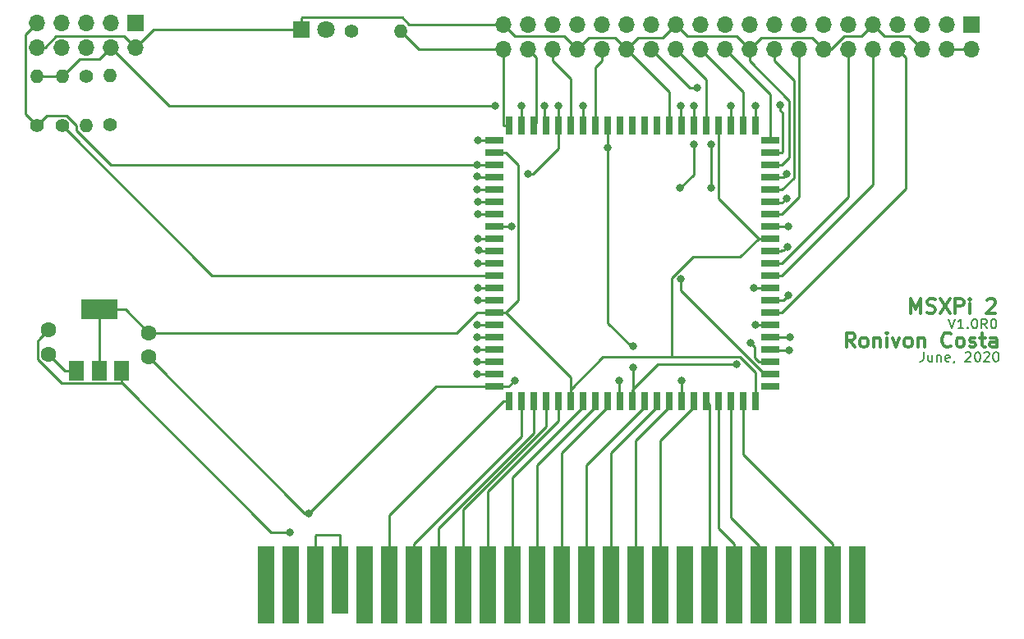
<source format=gtl>
G04 #@! TF.GenerationSoftware,KiCad,Pcbnew,(5.1.5)-3*
G04 #@! TF.CreationDate,2020-06-08T21:14:36+01:00*
G04 #@! TF.ProjectId,MSXPI2,4d535850-4932-42e6-9b69-6361645f7063,rev?*
G04 #@! TF.SameCoordinates,Original*
G04 #@! TF.FileFunction,Copper,L1,Top*
G04 #@! TF.FilePolarity,Positive*
%FSLAX46Y46*%
G04 Gerber Fmt 4.6, Leading zero omitted, Abs format (unit mm)*
G04 Created by KiCad (PCBNEW (5.1.5)-3) date 2020-06-08 21:14:36*
%MOMM*%
%LPD*%
G04 APERTURE LIST*
%ADD10C,0.200000*%
%ADD11C,0.375000*%
%ADD12C,0.300000*%
%ADD13R,1.800000X8.000000*%
%ADD14R,1.800000X7.000000*%
%ADD15O,1.400000X1.400000*%
%ADD16C,1.400000*%
%ADD17C,1.800000*%
%ADD18R,1.800000X1.800000*%
%ADD19R,1.925000X0.700000*%
%ADD20R,0.700000X1.925000*%
%ADD21C,1.600000*%
%ADD22R,1.500000X2.000000*%
%ADD23R,3.800000X2.000000*%
%ADD24R,1.700000X1.700000*%
%ADD25O,1.700000X1.700000*%
%ADD26C,0.800000*%
%ADD27C,0.250000*%
G04 APERTURE END LIST*
D10*
X175724014Y-65441580D02*
X175724014Y-66155866D01*
X175676395Y-66298723D01*
X175581157Y-66393961D01*
X175438300Y-66441580D01*
X175343061Y-66441580D01*
X176628776Y-65774914D02*
X176628776Y-66441580D01*
X176200204Y-65774914D02*
X176200204Y-66298723D01*
X176247823Y-66393961D01*
X176343061Y-66441580D01*
X176485919Y-66441580D01*
X176581157Y-66393961D01*
X176628776Y-66346342D01*
X177104966Y-65774914D02*
X177104966Y-66441580D01*
X177104966Y-65870152D02*
X177152585Y-65822533D01*
X177247823Y-65774914D01*
X177390680Y-65774914D01*
X177485919Y-65822533D01*
X177533538Y-65917771D01*
X177533538Y-66441580D01*
X178390680Y-66393961D02*
X178295442Y-66441580D01*
X178104966Y-66441580D01*
X178009728Y-66393961D01*
X177962109Y-66298723D01*
X177962109Y-65917771D01*
X178009728Y-65822533D01*
X178104966Y-65774914D01*
X178295442Y-65774914D01*
X178390680Y-65822533D01*
X178438300Y-65917771D01*
X178438300Y-66013009D01*
X177962109Y-66108247D01*
X178914490Y-66393961D02*
X178914490Y-66441580D01*
X178866871Y-66536819D01*
X178819252Y-66584438D01*
X180057347Y-65536819D02*
X180104966Y-65489200D01*
X180200204Y-65441580D01*
X180438300Y-65441580D01*
X180533538Y-65489200D01*
X180581157Y-65536819D01*
X180628776Y-65632057D01*
X180628776Y-65727295D01*
X180581157Y-65870152D01*
X180009728Y-66441580D01*
X180628776Y-66441580D01*
X181247823Y-65441580D02*
X181343061Y-65441580D01*
X181438300Y-65489200D01*
X181485919Y-65536819D01*
X181533538Y-65632057D01*
X181581157Y-65822533D01*
X181581157Y-66060628D01*
X181533538Y-66251104D01*
X181485919Y-66346342D01*
X181438300Y-66393961D01*
X181343061Y-66441580D01*
X181247823Y-66441580D01*
X181152585Y-66393961D01*
X181104966Y-66346342D01*
X181057347Y-66251104D01*
X181009728Y-66060628D01*
X181009728Y-65822533D01*
X181057347Y-65632057D01*
X181104966Y-65536819D01*
X181152585Y-65489200D01*
X181247823Y-65441580D01*
X181962109Y-65536819D02*
X182009728Y-65489200D01*
X182104966Y-65441580D01*
X182343061Y-65441580D01*
X182438300Y-65489200D01*
X182485919Y-65536819D01*
X182533538Y-65632057D01*
X182533538Y-65727295D01*
X182485919Y-65870152D01*
X181914490Y-66441580D01*
X182533538Y-66441580D01*
X183152585Y-65441580D02*
X183247823Y-65441580D01*
X183343061Y-65489200D01*
X183390680Y-65536819D01*
X183438300Y-65632057D01*
X183485919Y-65822533D01*
X183485919Y-66060628D01*
X183438300Y-66251104D01*
X183390680Y-66346342D01*
X183343061Y-66393961D01*
X183247823Y-66441580D01*
X183152585Y-66441580D01*
X183057347Y-66393961D01*
X183009728Y-66346342D01*
X182962109Y-66251104D01*
X182914490Y-66060628D01*
X182914490Y-65822533D01*
X182962109Y-65632057D01*
X183009728Y-65536819D01*
X183057347Y-65489200D01*
X183152585Y-65441580D01*
X178335300Y-62025280D02*
X178668633Y-63025280D01*
X179001966Y-62025280D01*
X179859109Y-63025280D02*
X179287680Y-63025280D01*
X179573395Y-63025280D02*
X179573395Y-62025280D01*
X179478157Y-62168138D01*
X179382919Y-62263376D01*
X179287680Y-62310995D01*
X180287680Y-62930042D02*
X180335300Y-62977661D01*
X180287680Y-63025280D01*
X180240061Y-62977661D01*
X180287680Y-62930042D01*
X180287680Y-63025280D01*
X180954347Y-62025280D02*
X181049585Y-62025280D01*
X181144823Y-62072900D01*
X181192442Y-62120519D01*
X181240061Y-62215757D01*
X181287680Y-62406233D01*
X181287680Y-62644328D01*
X181240061Y-62834804D01*
X181192442Y-62930042D01*
X181144823Y-62977661D01*
X181049585Y-63025280D01*
X180954347Y-63025280D01*
X180859109Y-62977661D01*
X180811490Y-62930042D01*
X180763871Y-62834804D01*
X180716252Y-62644328D01*
X180716252Y-62406233D01*
X180763871Y-62215757D01*
X180811490Y-62120519D01*
X180859109Y-62072900D01*
X180954347Y-62025280D01*
X182287680Y-63025280D02*
X181954347Y-62549090D01*
X181716252Y-63025280D02*
X181716252Y-62025280D01*
X182097204Y-62025280D01*
X182192442Y-62072900D01*
X182240061Y-62120519D01*
X182287680Y-62215757D01*
X182287680Y-62358614D01*
X182240061Y-62453852D01*
X182192442Y-62501471D01*
X182097204Y-62549090D01*
X181716252Y-62549090D01*
X182906728Y-62025280D02*
X183001966Y-62025280D01*
X183097204Y-62072900D01*
X183144823Y-62120519D01*
X183192442Y-62215757D01*
X183240061Y-62406233D01*
X183240061Y-62644328D01*
X183192442Y-62834804D01*
X183144823Y-62930042D01*
X183097204Y-62977661D01*
X183001966Y-63025280D01*
X182906728Y-63025280D01*
X182811490Y-62977661D01*
X182763871Y-62930042D01*
X182716252Y-62834804D01*
X182668633Y-62644328D01*
X182668633Y-62406233D01*
X182716252Y-62215757D01*
X182763871Y-62120519D01*
X182811490Y-62072900D01*
X182906728Y-62025280D01*
D11*
X174443771Y-61448071D02*
X174443771Y-59948071D01*
X174943771Y-61019500D01*
X175443771Y-59948071D01*
X175443771Y-61448071D01*
X176086628Y-61376642D02*
X176300914Y-61448071D01*
X176658057Y-61448071D01*
X176800914Y-61376642D01*
X176872342Y-61305214D01*
X176943771Y-61162357D01*
X176943771Y-61019500D01*
X176872342Y-60876642D01*
X176800914Y-60805214D01*
X176658057Y-60733785D01*
X176372342Y-60662357D01*
X176229485Y-60590928D01*
X176158057Y-60519500D01*
X176086628Y-60376642D01*
X176086628Y-60233785D01*
X176158057Y-60090928D01*
X176229485Y-60019500D01*
X176372342Y-59948071D01*
X176729485Y-59948071D01*
X176943771Y-60019500D01*
X177443771Y-59948071D02*
X178443771Y-61448071D01*
X178443771Y-59948071D02*
X177443771Y-61448071D01*
X179015200Y-61448071D02*
X179015200Y-59948071D01*
X179586628Y-59948071D01*
X179729485Y-60019500D01*
X179800914Y-60090928D01*
X179872342Y-60233785D01*
X179872342Y-60448071D01*
X179800914Y-60590928D01*
X179729485Y-60662357D01*
X179586628Y-60733785D01*
X179015200Y-60733785D01*
X180515200Y-61448071D02*
X180515200Y-60448071D01*
X180515200Y-59948071D02*
X180443771Y-60019500D01*
X180515200Y-60090928D01*
X180586628Y-60019500D01*
X180515200Y-59948071D01*
X180515200Y-60090928D01*
X182300914Y-60090928D02*
X182372342Y-60019500D01*
X182515200Y-59948071D01*
X182872342Y-59948071D01*
X183015200Y-60019500D01*
X183086628Y-60090928D01*
X183158057Y-60233785D01*
X183158057Y-60376642D01*
X183086628Y-60590928D01*
X182229485Y-61448071D01*
X183158057Y-61448071D01*
D12*
X168621142Y-64965971D02*
X168121142Y-64251685D01*
X167764000Y-64965971D02*
X167764000Y-63465971D01*
X168335428Y-63465971D01*
X168478285Y-63537400D01*
X168549714Y-63608828D01*
X168621142Y-63751685D01*
X168621142Y-63965971D01*
X168549714Y-64108828D01*
X168478285Y-64180257D01*
X168335428Y-64251685D01*
X167764000Y-64251685D01*
X169478285Y-64965971D02*
X169335428Y-64894542D01*
X169264000Y-64823114D01*
X169192571Y-64680257D01*
X169192571Y-64251685D01*
X169264000Y-64108828D01*
X169335428Y-64037400D01*
X169478285Y-63965971D01*
X169692571Y-63965971D01*
X169835428Y-64037400D01*
X169906857Y-64108828D01*
X169978285Y-64251685D01*
X169978285Y-64680257D01*
X169906857Y-64823114D01*
X169835428Y-64894542D01*
X169692571Y-64965971D01*
X169478285Y-64965971D01*
X170621142Y-63965971D02*
X170621142Y-64965971D01*
X170621142Y-64108828D02*
X170692571Y-64037400D01*
X170835428Y-63965971D01*
X171049714Y-63965971D01*
X171192571Y-64037400D01*
X171264000Y-64180257D01*
X171264000Y-64965971D01*
X171978285Y-64965971D02*
X171978285Y-63965971D01*
X171978285Y-63465971D02*
X171906857Y-63537400D01*
X171978285Y-63608828D01*
X172049714Y-63537400D01*
X171978285Y-63465971D01*
X171978285Y-63608828D01*
X172549714Y-63965971D02*
X172906857Y-64965971D01*
X173264000Y-63965971D01*
X174049714Y-64965971D02*
X173906857Y-64894542D01*
X173835428Y-64823114D01*
X173764000Y-64680257D01*
X173764000Y-64251685D01*
X173835428Y-64108828D01*
X173906857Y-64037400D01*
X174049714Y-63965971D01*
X174264000Y-63965971D01*
X174406857Y-64037400D01*
X174478285Y-64108828D01*
X174549714Y-64251685D01*
X174549714Y-64680257D01*
X174478285Y-64823114D01*
X174406857Y-64894542D01*
X174264000Y-64965971D01*
X174049714Y-64965971D01*
X175192571Y-63965971D02*
X175192571Y-64965971D01*
X175192571Y-64108828D02*
X175264000Y-64037400D01*
X175406857Y-63965971D01*
X175621142Y-63965971D01*
X175764000Y-64037400D01*
X175835428Y-64180257D01*
X175835428Y-64965971D01*
X178549714Y-64823114D02*
X178478285Y-64894542D01*
X178264000Y-64965971D01*
X178121142Y-64965971D01*
X177906857Y-64894542D01*
X177764000Y-64751685D01*
X177692571Y-64608828D01*
X177621142Y-64323114D01*
X177621142Y-64108828D01*
X177692571Y-63823114D01*
X177764000Y-63680257D01*
X177906857Y-63537400D01*
X178121142Y-63465971D01*
X178264000Y-63465971D01*
X178478285Y-63537400D01*
X178549714Y-63608828D01*
X179406857Y-64965971D02*
X179264000Y-64894542D01*
X179192571Y-64823114D01*
X179121142Y-64680257D01*
X179121142Y-64251685D01*
X179192571Y-64108828D01*
X179264000Y-64037400D01*
X179406857Y-63965971D01*
X179621142Y-63965971D01*
X179764000Y-64037400D01*
X179835428Y-64108828D01*
X179906857Y-64251685D01*
X179906857Y-64680257D01*
X179835428Y-64823114D01*
X179764000Y-64894542D01*
X179621142Y-64965971D01*
X179406857Y-64965971D01*
X180478285Y-64894542D02*
X180621142Y-64965971D01*
X180906857Y-64965971D01*
X181049714Y-64894542D01*
X181121142Y-64751685D01*
X181121142Y-64680257D01*
X181049714Y-64537400D01*
X180906857Y-64465971D01*
X180692571Y-64465971D01*
X180549714Y-64394542D01*
X180478285Y-64251685D01*
X180478285Y-64180257D01*
X180549714Y-64037400D01*
X180692571Y-63965971D01*
X180906857Y-63965971D01*
X181049714Y-64037400D01*
X181549714Y-63965971D02*
X182121142Y-63965971D01*
X181764000Y-63465971D02*
X181764000Y-64751685D01*
X181835428Y-64894542D01*
X181978285Y-64965971D01*
X182121142Y-64965971D01*
X183264000Y-64965971D02*
X183264000Y-64180257D01*
X183192571Y-64037400D01*
X183049714Y-63965971D01*
X182764000Y-63965971D01*
X182621142Y-64037400D01*
X183264000Y-64894542D02*
X183121142Y-64965971D01*
X182764000Y-64965971D01*
X182621142Y-64894542D01*
X182549714Y-64751685D01*
X182549714Y-64608828D01*
X182621142Y-64465971D01*
X182764000Y-64394542D01*
X183121142Y-64394542D01*
X183264000Y-64323114D01*
D13*
X107939840Y-89507440D03*
X110479840Y-89507440D03*
X113019840Y-89507440D03*
D14*
X115554760Y-89014680D03*
D13*
X118099840Y-89507440D03*
X120639840Y-89507440D03*
X123179840Y-89507440D03*
X125719840Y-89507440D03*
X128259840Y-89507440D03*
X130799840Y-89507440D03*
X133339840Y-89507440D03*
X135879840Y-89507440D03*
X138419840Y-89507440D03*
X140959840Y-89507440D03*
X143499840Y-89507440D03*
X146039840Y-89507440D03*
X148579840Y-89507440D03*
X151119840Y-89507440D03*
X153659840Y-89507440D03*
X156199840Y-89507440D03*
X158739840Y-89507440D03*
X161279840Y-89507440D03*
X163819840Y-89507440D03*
X166359840Y-89507440D03*
X168899840Y-89507440D03*
D15*
X121869200Y-32346900D03*
D16*
X116789200Y-32346900D03*
D17*
X114160300Y-32143700D03*
D18*
X111620300Y-32143700D03*
D19*
X159919600Y-43599100D03*
X159919600Y-44869100D03*
X159919600Y-46139100D03*
X159919600Y-47409100D03*
X159919600Y-48679100D03*
X159919600Y-49949100D03*
X159919600Y-51219100D03*
X159919600Y-52489100D03*
X159919600Y-53759100D03*
X159919600Y-55029100D03*
X159919600Y-56299100D03*
X159919600Y-57569100D03*
X159919600Y-58839100D03*
X159919600Y-60109100D03*
X159919600Y-61379100D03*
X159919600Y-62649100D03*
X159919600Y-63919100D03*
X159919600Y-65189100D03*
X159919600Y-66459100D03*
X159919600Y-67729100D03*
X159919600Y-68999100D03*
D20*
X158407100Y-70511600D03*
X157137100Y-70511600D03*
X155867100Y-70511600D03*
X154597100Y-70511600D03*
X153327100Y-70511600D03*
X152057100Y-70511600D03*
X150787100Y-70511600D03*
X149517100Y-70511600D03*
X148247100Y-70511600D03*
X146977100Y-70511600D03*
X145707100Y-70511600D03*
X144437100Y-70511600D03*
X143167100Y-70511600D03*
X141897100Y-70511600D03*
X140627100Y-70511600D03*
X139357100Y-70511600D03*
X138087100Y-70511600D03*
X136817100Y-70511600D03*
X135547100Y-70511600D03*
X134277100Y-70511600D03*
X133007100Y-70511600D03*
D19*
X131494600Y-68999100D03*
X131494600Y-67729100D03*
X131494600Y-66459100D03*
X131494600Y-65189100D03*
X131494600Y-63919100D03*
X131494600Y-62649100D03*
X131494600Y-61379100D03*
X131494600Y-60109100D03*
X131494600Y-58839100D03*
X131494600Y-57569100D03*
X131494600Y-56299100D03*
X131494600Y-55029100D03*
X131494600Y-53759100D03*
X131494600Y-52489100D03*
X131494600Y-51219100D03*
X131494600Y-49949100D03*
X131494600Y-48679100D03*
X131494600Y-47409100D03*
X131494600Y-46139100D03*
X131494600Y-44869100D03*
X131494600Y-43599100D03*
D20*
X158407100Y-42086600D03*
X157137100Y-42086600D03*
X155867100Y-42086600D03*
X154597100Y-42086600D03*
X153327100Y-42086600D03*
X152057100Y-42086600D03*
X150787100Y-42086600D03*
X149517100Y-42086600D03*
X148247100Y-42086600D03*
X146977100Y-42086600D03*
X133007100Y-42086600D03*
X134277100Y-42086600D03*
X135547100Y-42086600D03*
X136817100Y-42086600D03*
X138087100Y-42086600D03*
X139357100Y-42086600D03*
X140627100Y-42086600D03*
X141897100Y-42086600D03*
X143167100Y-42086600D03*
X144437100Y-42086600D03*
X145707100Y-42086600D03*
D21*
X95859600Y-63489200D03*
X95859600Y-65989200D03*
X85496400Y-65695200D03*
X85496400Y-63195200D03*
D15*
X84328000Y-36982400D03*
D16*
X84328000Y-42062400D03*
D15*
X86918800Y-37033200D03*
D16*
X86918800Y-42113200D03*
D15*
X89408000Y-42062400D03*
D16*
X89408000Y-36982400D03*
D15*
X91846400Y-36880800D03*
D16*
X91846400Y-41960800D03*
D22*
X88428800Y-67361200D03*
X93028800Y-67361200D03*
X90728800Y-67361200D03*
D23*
X90728800Y-61061200D03*
D24*
X180644800Y-31648400D03*
D25*
X180644800Y-34188400D03*
X178104800Y-31648400D03*
X178104800Y-34188400D03*
X175564800Y-31648400D03*
X175564800Y-34188400D03*
X173024800Y-31648400D03*
X173024800Y-34188400D03*
X170484800Y-31648400D03*
X170484800Y-34188400D03*
X167944800Y-31648400D03*
X167944800Y-34188400D03*
X165404800Y-31648400D03*
X165404800Y-34188400D03*
X162864800Y-31648400D03*
X162864800Y-34188400D03*
X160324800Y-31648400D03*
X160324800Y-34188400D03*
X157784800Y-31648400D03*
X157784800Y-34188400D03*
X155244800Y-31648400D03*
X155244800Y-34188400D03*
X152704800Y-31648400D03*
X152704800Y-34188400D03*
X150164800Y-31648400D03*
X150164800Y-34188400D03*
X147624800Y-31648400D03*
X147624800Y-34188400D03*
X145084800Y-31648400D03*
X145084800Y-34188400D03*
X142544800Y-31648400D03*
X142544800Y-34188400D03*
X140004800Y-31648400D03*
X140004800Y-34188400D03*
X137464800Y-31648400D03*
X137464800Y-34188400D03*
X134924800Y-31648400D03*
X134924800Y-34188400D03*
X132384800Y-31648400D03*
X132384800Y-34188400D03*
D24*
X94488000Y-31496000D03*
D25*
X94488000Y-34036000D03*
X91948000Y-31496000D03*
X91948000Y-34036000D03*
X89408000Y-31496000D03*
X89408000Y-34036000D03*
X86868000Y-31496000D03*
X86868000Y-34036000D03*
X84328000Y-31496000D03*
X84328000Y-34036000D03*
D26*
X158254700Y-58851800D03*
X161624610Y-47071497D03*
X110439200Y-84035900D03*
X156476700Y-66687700D03*
X145757900Y-64884300D03*
X145821400Y-67017900D03*
X131597400Y-40030400D03*
X143167100Y-44348400D03*
X129692400Y-46164500D03*
X112388750Y-82086350D03*
X133565900Y-68389500D03*
X144322800Y-68389500D03*
X150774400Y-68389500D03*
X158381700Y-62623700D03*
X133221900Y-52527200D03*
X134924800Y-47078900D03*
X138049000Y-40081200D03*
X161886900Y-65265300D03*
X161937700Y-63893700D03*
X161798000Y-59601100D03*
X161696400Y-54571900D03*
X161823400Y-52451000D03*
X161607500Y-49580800D03*
X160921700Y-39928800D03*
X158394400Y-40043100D03*
X155879800Y-40068500D03*
X152019000Y-40043100D03*
X150685500Y-40081200D03*
X140614400Y-40017700D03*
X136677400Y-40068500D03*
X134239000Y-40043100D03*
X129768600Y-43624500D03*
X129705100Y-47294800D03*
X129743200Y-48653700D03*
X129755900Y-49974500D03*
X129755900Y-51257200D03*
X129819400Y-53759100D03*
X129844800Y-54965600D03*
X129819400Y-56286400D03*
X129781300Y-58813700D03*
X129781300Y-60083700D03*
X129730500Y-62649100D03*
X129679700Y-63881000D03*
X129705100Y-65201800D03*
X129679700Y-66433700D03*
X129679700Y-67716400D03*
X150710900Y-57950100D03*
X150647400Y-48526700D03*
X152019000Y-44056300D03*
X152387300Y-38214300D03*
X153835100Y-43992800D03*
X153797000Y-48514000D03*
X157886400Y-64554100D03*
D27*
X159932300Y-58826400D02*
X159919600Y-58839100D01*
X159906900Y-58851800D02*
X159919600Y-58839100D01*
X158254700Y-58851800D02*
X159906900Y-58851800D01*
X159856100Y-47472600D02*
X159919600Y-47409100D01*
X161287007Y-47409100D02*
X159919600Y-47409100D01*
X161624610Y-47071497D02*
X161287007Y-47409100D01*
X84696401Y-63995199D02*
X85496400Y-63195200D01*
X84371399Y-64320201D02*
X84696401Y-63995199D01*
X92953799Y-68686201D02*
X86822399Y-68686201D01*
X84371399Y-66235201D02*
X84371399Y-64320201D01*
X93028800Y-68611200D02*
X92953799Y-68686201D01*
X86822399Y-68686201D02*
X84371399Y-66235201D01*
X93028800Y-68611200D02*
X93028800Y-67361200D01*
X108453500Y-84035900D02*
X93028800Y-68611200D01*
X110439200Y-84035900D02*
X108453500Y-84035900D01*
X179442719Y-34188400D02*
X178104800Y-34188400D01*
X180644800Y-34188400D02*
X179442719Y-34188400D01*
X86868000Y-36982400D02*
X86918800Y-37033200D01*
X84328000Y-36982400D02*
X86868000Y-36982400D01*
X91098001Y-34885999D02*
X91948000Y-34036000D01*
X90772999Y-35211001D02*
X91098001Y-34885999D01*
X88740999Y-35211001D02*
X90772999Y-35211001D01*
X86918800Y-37033200D02*
X88740999Y-35211001D01*
X145707100Y-70511600D02*
X145707100Y-69299100D01*
X148318500Y-66687700D02*
X156476700Y-66687700D01*
X145707100Y-69299100D02*
X148318500Y-66687700D01*
X143167100Y-62471300D02*
X145580100Y-64884300D01*
X145580100Y-64884300D02*
X145757900Y-64884300D01*
X145821400Y-70397300D02*
X145707100Y-70511600D01*
X145821400Y-67017900D02*
X145821400Y-70397300D01*
X91948000Y-34036000D02*
X97942400Y-40030400D01*
X97942400Y-40030400D02*
X131597400Y-40030400D01*
X143167100Y-42086600D02*
X143167100Y-44348400D01*
X143167100Y-44348400D02*
X143167100Y-62471300D01*
X102374700Y-57569100D02*
X86918800Y-42113200D01*
X131494600Y-57569100D02*
X102374700Y-57569100D01*
X83152999Y-40887399D02*
X83628001Y-41362401D01*
X83152999Y-32671001D02*
X83152999Y-40887399D01*
X83628001Y-41362401D02*
X84328000Y-42062400D01*
X84328000Y-31496000D02*
X83152999Y-32671001D01*
X131494600Y-46139100D02*
X129717800Y-46139100D01*
X129717800Y-46139100D02*
X129692400Y-46164500D01*
X130282100Y-46139100D02*
X131494600Y-46139100D01*
X91967698Y-46139100D02*
X130282100Y-46139100D01*
X88382999Y-42062400D02*
X88382999Y-42554401D01*
X87408798Y-41088199D02*
X88382999Y-42062400D01*
X88382999Y-42554401D02*
X91967698Y-46139100D01*
X85302201Y-41088199D02*
X87408798Y-41088199D01*
X84328000Y-42062400D02*
X85302201Y-41088199D01*
X87162400Y-67361200D02*
X88428800Y-67361200D01*
X85496400Y-65695200D02*
X87162400Y-67361200D01*
X140854799Y-33338401D02*
X140004800Y-34188400D01*
X141179801Y-33013399D02*
X140854799Y-33338401D01*
X143909799Y-33013399D02*
X141179801Y-33013399D01*
X145084800Y-34188400D02*
X143909799Y-33013399D01*
X133234799Y-32498399D02*
X132384800Y-31648400D01*
X133559801Y-32823401D02*
X133234799Y-32498399D01*
X138639801Y-32823401D02*
X133559801Y-32823401D01*
X140004800Y-34188400D02*
X138639801Y-32823401D01*
X111695301Y-30918699D02*
X111620300Y-30993700D01*
X121958001Y-30918699D02*
X111695301Y-30918699D01*
X111620300Y-30993700D02*
X111620300Y-32143700D01*
X122687702Y-31648400D02*
X121958001Y-30918699D01*
X132384800Y-31648400D02*
X122687702Y-31648400D01*
X96380300Y-32143700D02*
X94488000Y-34036000D01*
X111620300Y-32143700D02*
X96380300Y-32143700D01*
X93312999Y-32860999D02*
X93638001Y-33186001D01*
X86303999Y-32860999D02*
X93312999Y-32860999D01*
X93638001Y-33186001D02*
X94488000Y-34036000D01*
X85128998Y-34036000D02*
X86303999Y-32860999D01*
X84328000Y-34036000D02*
X85128998Y-34036000D01*
X111956750Y-82086350D02*
X112388750Y-82086350D01*
X95859600Y-65989200D02*
X111956750Y-82086350D01*
X157784800Y-35390481D02*
X161899600Y-39505281D01*
X157784800Y-34188400D02*
X157784800Y-35390481D01*
X161132100Y-46139100D02*
X159919600Y-46139100D01*
X161899600Y-45371600D02*
X161132100Y-46139100D01*
X161899600Y-39505281D02*
X161899600Y-45371600D01*
X158959801Y-33013399D02*
X158634799Y-33338401D01*
X158634799Y-33338401D02*
X157784800Y-34188400D01*
X164229799Y-33013399D02*
X158959801Y-33013399D01*
X165404800Y-34188400D02*
X164229799Y-33013399D01*
X151339801Y-32823401D02*
X151014799Y-32498399D01*
X156419801Y-32823401D02*
X151339801Y-32823401D01*
X151014799Y-32498399D02*
X150164800Y-31648400D01*
X157784800Y-34188400D02*
X156419801Y-32823401D01*
X145934799Y-33338401D02*
X145084800Y-34188400D01*
X148799801Y-33013399D02*
X146259801Y-33013399D01*
X146259801Y-33013399D02*
X145934799Y-33338401D01*
X150164800Y-31648400D02*
X148799801Y-33013399D01*
X169309799Y-32823401D02*
X169634801Y-32498399D01*
X167570797Y-32823401D02*
X169309799Y-32823401D01*
X166205798Y-34188400D02*
X167570797Y-32823401D01*
X169634801Y-32498399D02*
X170484800Y-31648400D01*
X165404800Y-34188400D02*
X166205798Y-34188400D01*
X174714801Y-33338401D02*
X175564800Y-34188400D01*
X174199801Y-32823401D02*
X174714801Y-33338401D01*
X171659801Y-32823401D02*
X174199801Y-32823401D01*
X170484800Y-31648400D02*
X171659801Y-32823401D01*
X131494600Y-68999100D02*
X132956300Y-68999100D01*
X132956300Y-68999100D02*
X133565900Y-68389500D01*
X144322800Y-70397300D02*
X144437100Y-70511600D01*
X144322800Y-68389500D02*
X144322800Y-70397300D01*
X150787100Y-70511600D02*
X150787100Y-68402200D01*
X150787100Y-68402200D02*
X150774400Y-68389500D01*
X159919600Y-62649100D02*
X158407100Y-62649100D01*
X158407100Y-62649100D02*
X158381700Y-62623700D01*
X131494600Y-52489100D02*
X133183800Y-52489100D01*
X133183800Y-52489100D02*
X133221900Y-52527200D01*
X138087100Y-43299100D02*
X138087100Y-42086600D01*
X135490485Y-47078900D02*
X138087100Y-44482285D01*
X138087100Y-44482285D02*
X138087100Y-43299100D01*
X134924800Y-47078900D02*
X135490485Y-47078900D01*
X138087100Y-42086600D02*
X138087100Y-40119300D01*
X138087100Y-40119300D02*
X138049000Y-40081200D01*
X149517100Y-38620700D02*
X149517100Y-42086600D01*
X145084800Y-34188400D02*
X149517100Y-38620700D01*
X125476000Y-68999100D02*
X112388750Y-82086350D01*
X131494600Y-68999100D02*
X125476000Y-68999100D01*
X115554760Y-85264680D02*
X115570000Y-85249440D01*
X115554760Y-89014680D02*
X115554760Y-85264680D01*
X115570000Y-85249440D02*
X115570000Y-84366100D01*
X115570000Y-84366100D02*
X113093500Y-84366100D01*
X113019840Y-84439760D02*
X113019840Y-89507440D01*
X113093500Y-84366100D02*
X113019840Y-84439760D01*
X90728800Y-66111200D02*
X90728800Y-61061200D01*
X90728800Y-67361200D02*
X90728800Y-66111200D01*
X93431600Y-61061200D02*
X95859600Y-63489200D01*
X90728800Y-61061200D02*
X93431600Y-61061200D01*
X130282100Y-61379100D02*
X131494600Y-61379100D01*
X127567000Y-63489200D02*
X129677100Y-61379100D01*
X129677100Y-61379100D02*
X130282100Y-61379100D01*
X95859600Y-63489200D02*
X127567000Y-63489200D01*
X132707100Y-44869100D02*
X133946900Y-46108900D01*
X131494600Y-44869100D02*
X132707100Y-44869100D01*
X133946900Y-60139300D02*
X132707100Y-61379100D01*
X133946900Y-46108900D02*
X133946900Y-60139300D01*
X139357100Y-68029100D02*
X139357100Y-69299100D01*
X132707100Y-61379100D02*
X139357100Y-68029100D01*
X131494600Y-61379100D02*
X132707100Y-61379100D01*
X158407100Y-69299100D02*
X158407100Y-70511600D01*
X158407100Y-67545098D02*
X158407100Y-69299100D01*
X156824701Y-65962699D02*
X158407100Y-67545098D01*
X142693501Y-65962699D02*
X156824701Y-65962699D01*
X139357100Y-69299100D02*
X142693501Y-65962699D01*
X139357100Y-70511600D02*
X139357100Y-69299100D01*
X158707100Y-53759100D02*
X156824701Y-55641499D01*
X158707100Y-53759100D02*
X159919600Y-53759100D01*
X154597100Y-49649100D02*
X158707100Y-53759100D01*
X154597100Y-42086600D02*
X154597100Y-49649100D01*
X151952701Y-55641499D02*
X149796500Y-57797700D01*
X156824701Y-55641499D02*
X151952701Y-55641499D01*
X149796500Y-57797700D02*
X149809200Y-65921800D01*
X159995800Y-65265300D02*
X159919600Y-65189100D01*
X161886900Y-65265300D02*
X159995800Y-65265300D01*
X159945000Y-63893700D02*
X159919600Y-63919100D01*
X161937700Y-63893700D02*
X159945000Y-63893700D01*
X161290000Y-60109100D02*
X159919600Y-60109100D01*
X161798000Y-59601100D02*
X161290000Y-60109100D01*
X173874799Y-48636401D02*
X161132100Y-61379100D01*
X173874799Y-35038399D02*
X173874799Y-48636401D01*
X161132100Y-61379100D02*
X159919600Y-61379100D01*
X173024800Y-34188400D02*
X173874799Y-35038399D01*
X161132100Y-57569100D02*
X159919600Y-57569100D01*
X170484800Y-48216400D02*
X161132100Y-57569100D01*
X170484800Y-34188400D02*
X170484800Y-48216400D01*
X161296401Y-54971899D02*
X161118601Y-54971899D01*
X161696400Y-54571900D02*
X161296401Y-54971899D01*
X161061400Y-55029100D02*
X159919600Y-55029100D01*
X161118601Y-54971899D02*
X161061400Y-55029100D01*
X167944800Y-49486400D02*
X161132100Y-56299100D01*
X161132100Y-56299100D02*
X159919600Y-56299100D01*
X167944800Y-34188400D02*
X167944800Y-49486400D01*
X159957700Y-52451000D02*
X159919600Y-52489100D01*
X161823400Y-52451000D02*
X159957700Y-52451000D01*
X161607500Y-49580800D02*
X161112200Y-50076100D01*
X160046600Y-50076100D02*
X159919600Y-49949100D01*
X161112200Y-50076100D02*
X160046600Y-50076100D01*
X161132100Y-51219100D02*
X159919600Y-51219100D01*
X162864800Y-49486400D02*
X161132100Y-51219100D01*
X162864800Y-34188400D02*
X162864800Y-49486400D01*
X161132100Y-48679100D02*
X159919600Y-48679100D01*
X162349610Y-37415291D02*
X162349610Y-47461590D01*
X162349610Y-47461590D02*
X161132100Y-48679100D01*
X160324800Y-35390481D02*
X162349610Y-37415291D01*
X160324800Y-34188400D02*
X160324800Y-35390481D01*
X161132100Y-44869100D02*
X159919600Y-44869100D01*
X161207101Y-44794099D02*
X161132100Y-44869100D01*
X160921700Y-40494485D02*
X161207101Y-40779886D01*
X161207101Y-40779886D02*
X161207101Y-44794099D01*
X160921700Y-39928800D02*
X160921700Y-40494485D01*
X158394400Y-42073900D02*
X158407100Y-42086600D01*
X158394400Y-40043100D02*
X158394400Y-42073900D01*
X159919600Y-38863200D02*
X159919600Y-43599100D01*
X155244800Y-34188400D02*
X159919600Y-38863200D01*
X155879800Y-42073900D02*
X155867100Y-42086600D01*
X155879800Y-40068500D02*
X155879800Y-42073900D01*
X157137100Y-38620700D02*
X157137100Y-42086600D01*
X152704800Y-34188400D02*
X157137100Y-38620700D01*
X153327100Y-37350700D02*
X153327100Y-42086600D01*
X150164800Y-34188400D02*
X153327100Y-37350700D01*
X152019000Y-42048500D02*
X152057100Y-42086600D01*
X152019000Y-40043100D02*
X152019000Y-42048500D01*
X150685500Y-41985000D02*
X150787100Y-42086600D01*
X150685500Y-40081200D02*
X150685500Y-41985000D01*
X141897100Y-36038181D02*
X141897100Y-40874100D01*
X142544800Y-35390481D02*
X141897100Y-36038181D01*
X141897100Y-40874100D02*
X141897100Y-42086600D01*
X142544800Y-34188400D02*
X142544800Y-35390481D01*
X140614400Y-42073900D02*
X140627100Y-42086600D01*
X140614400Y-40017700D02*
X140614400Y-42073900D01*
X136677400Y-41946900D02*
X136817100Y-42086600D01*
X136677400Y-40068500D02*
X136677400Y-41946900D01*
X139357100Y-40874100D02*
X139357100Y-42086600D01*
X137464800Y-35390481D02*
X139357100Y-37282781D01*
X139357100Y-37282781D02*
X139357100Y-40874100D01*
X137464800Y-34188400D02*
X137464800Y-35390481D01*
X134239000Y-42048500D02*
X134277100Y-42086600D01*
X134239000Y-40043100D02*
X134239000Y-42048500D01*
X135774799Y-41858901D02*
X135547100Y-42086600D01*
X135774799Y-35038399D02*
X135774799Y-41858901D01*
X134924800Y-34188400D02*
X135774799Y-35038399D01*
X123710700Y-34188400D02*
X121869200Y-32346900D01*
X132384800Y-34188400D02*
X123710700Y-34188400D01*
X132407100Y-42086600D02*
X133007100Y-42086600D01*
X132384800Y-42064300D02*
X132407100Y-42086600D01*
X132384800Y-34188400D02*
X132384800Y-42064300D01*
X153659840Y-89507440D02*
X153659840Y-85257440D01*
X153659840Y-70844340D02*
X153327100Y-70511600D01*
X153659840Y-89507440D02*
X153659840Y-70844340D01*
X132407100Y-70511600D02*
X133007100Y-70511600D01*
X120639840Y-82278860D02*
X132407100Y-70511600D01*
X120639840Y-89507440D02*
X120639840Y-82278860D01*
X131494600Y-43599100D02*
X129794000Y-43599100D01*
X129794000Y-43599100D02*
X129768600Y-43624500D01*
X134277100Y-74160180D02*
X134277100Y-71724100D01*
X134277100Y-71724100D02*
X134277100Y-70511600D01*
X123179840Y-85257440D02*
X134277100Y-74160180D01*
X123179840Y-89507440D02*
X123179840Y-85257440D01*
X131494600Y-47409100D02*
X129819400Y-47409100D01*
X129819400Y-47409100D02*
X129705100Y-47294800D01*
X135547100Y-71724100D02*
X135547100Y-70511600D01*
X135547100Y-73787000D02*
X135547100Y-71724100D01*
X125719840Y-83614260D02*
X135547100Y-73787000D01*
X125719840Y-89507440D02*
X125719840Y-83614260D01*
X131494600Y-48679100D02*
X129768600Y-48679100D01*
X129768600Y-48679100D02*
X129743200Y-48653700D01*
X136817100Y-71724100D02*
X136817100Y-70511600D01*
X136817100Y-73153410D02*
X136817100Y-71724100D01*
X128259840Y-81710670D02*
X136817100Y-73153410D01*
X128259840Y-89507440D02*
X128259840Y-81710670D01*
X131494600Y-49949100D02*
X129781300Y-49949100D01*
X129781300Y-49949100D02*
X129755900Y-49974500D01*
X130799840Y-89507440D02*
X130799840Y-85257440D01*
X130799840Y-79807080D02*
X138087100Y-72519820D01*
X138087100Y-71724100D02*
X138087100Y-70511600D01*
X138087100Y-72519820D02*
X138087100Y-71724100D01*
X130799840Y-89507440D02*
X130799840Y-79807080D01*
X131494600Y-51219100D02*
X129794000Y-51219100D01*
X129794000Y-51219100D02*
X129755900Y-51257200D01*
X133339840Y-89507440D02*
X133339840Y-85257440D01*
X140627100Y-71124100D02*
X140627100Y-70511600D01*
X133339840Y-78411360D02*
X140627100Y-71124100D01*
X133339840Y-89507440D02*
X133339840Y-78411360D01*
X131494600Y-53759100D02*
X129819400Y-53759100D01*
X135879840Y-89507440D02*
X135879840Y-85257440D01*
X141897100Y-71124100D02*
X141897100Y-70511600D01*
X135879840Y-77141360D02*
X141897100Y-71124100D01*
X135879840Y-89507440D02*
X135879840Y-77141360D01*
X131494600Y-55029100D02*
X129908300Y-55029100D01*
X129908300Y-55029100D02*
X129844800Y-54965600D01*
X138419840Y-89507440D02*
X138419840Y-85257440D01*
X143167100Y-71124100D02*
X143167100Y-70511600D01*
X138419840Y-75871360D02*
X143167100Y-71124100D01*
X138419840Y-89507440D02*
X138419840Y-75871360D01*
X131494600Y-56299100D02*
X129832100Y-56299100D01*
X129832100Y-56299100D02*
X129819400Y-56286400D01*
X140959840Y-89507440D02*
X140959840Y-85257440D01*
X140959840Y-77141360D02*
X146977100Y-71124100D01*
X146977100Y-71124100D02*
X146977100Y-70511600D01*
X140959840Y-89507440D02*
X140959840Y-77141360D01*
X131494600Y-58839100D02*
X129806700Y-58839100D01*
X129806700Y-58839100D02*
X129781300Y-58813700D01*
X143499840Y-89507440D02*
X143499840Y-85257440D01*
X143499840Y-75871360D02*
X148247100Y-71124100D01*
X148247100Y-71124100D02*
X148247100Y-70511600D01*
X143499840Y-89507440D02*
X143499840Y-75871360D01*
X131494600Y-60109100D02*
X129806700Y-60109100D01*
X129806700Y-60109100D02*
X129781300Y-60083700D01*
X146039840Y-89507440D02*
X146039840Y-85257440D01*
X149517100Y-71124100D02*
X149517100Y-70511600D01*
X146039840Y-74601360D02*
X149517100Y-71124100D01*
X146039840Y-89507440D02*
X146039840Y-74601360D01*
X131494600Y-62649100D02*
X129730500Y-62649100D01*
X148579840Y-89507440D02*
X148579840Y-85257440D01*
X152057100Y-71124100D02*
X152057100Y-70511600D01*
X148579840Y-74601360D02*
X152057100Y-71124100D01*
X148579840Y-89507440D02*
X148579840Y-74601360D01*
X131494600Y-63919100D02*
X129717800Y-63919100D01*
X129717800Y-63919100D02*
X129679700Y-63881000D01*
X131051300Y-65189100D02*
X131038600Y-65201800D01*
X131494600Y-65189100D02*
X131051300Y-65189100D01*
X131038600Y-65201800D02*
X129705100Y-65201800D01*
X154597100Y-71724100D02*
X154597100Y-70511600D01*
X154597100Y-83654700D02*
X154597100Y-71724100D01*
X156199840Y-85257440D02*
X154597100Y-83654700D01*
X156199840Y-89507440D02*
X156199840Y-85257440D01*
X131494600Y-66459100D02*
X129705100Y-66459100D01*
X129705100Y-66459100D02*
X129679700Y-66433700D01*
X158739840Y-89507440D02*
X158739840Y-86407440D01*
X158739840Y-89507440D02*
X158739840Y-85460840D01*
X155867100Y-82588100D02*
X155867100Y-70511600D01*
X158739840Y-85460840D02*
X155867100Y-82588100D01*
X131494600Y-67729100D02*
X129692400Y-67729100D01*
X129692400Y-67729100D02*
X129679700Y-67716400D01*
X157137100Y-71724100D02*
X157137100Y-70511600D01*
X157137100Y-76034700D02*
X157137100Y-71724100D01*
X166359840Y-85257440D02*
X157137100Y-76034700D01*
X166359840Y-89507440D02*
X166359840Y-85257440D01*
X150710900Y-59132900D02*
X150710900Y-57950100D01*
X159919600Y-67729100D02*
X159307100Y-67729100D01*
X159307100Y-67729100D02*
X150710900Y-59132900D01*
X150647400Y-48526700D02*
X152019000Y-47155100D01*
X152019000Y-47155100D02*
X152019000Y-44056300D01*
X147624800Y-34188400D02*
X151650700Y-38214300D01*
X151650700Y-38214300D02*
X152387300Y-38214300D01*
X153835100Y-43992800D02*
X153835100Y-48475900D01*
X153835100Y-48475900D02*
X153797000Y-48514000D01*
X158707100Y-66459100D02*
X159919600Y-66459100D01*
X158286399Y-66038399D02*
X158707100Y-66459100D01*
X158286399Y-64954099D02*
X158286399Y-66038399D01*
X157886400Y-64554100D02*
X158286399Y-64954099D01*
M02*

</source>
